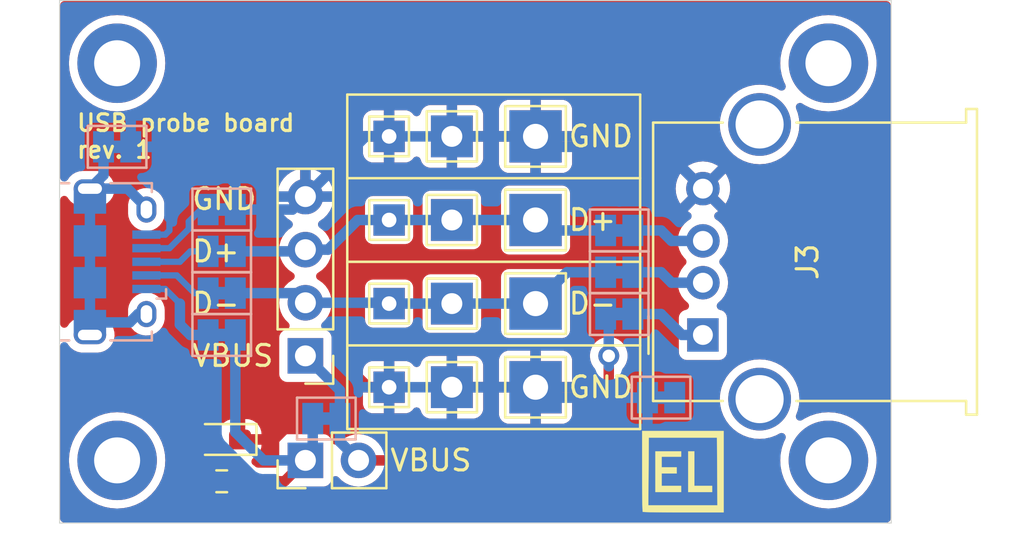
<source format=kicad_pcb>
(kicad_pcb (version 20221018) (generator pcbnew)
  (layers (0 "F.Cu" signal) (31 "B.Cu" signal) (34 "B.Paste" user) (35 "F.Paste" user) (36 "B.SilkS" user "B.Silkscreen") (37 "F.SilkS" user "F.Silkscreen") (38 "B.Mask" user) (39 "F.Mask" user) (44 "Edge.Cuts" user))
  (net 0 "")
  (net 1 "/VBUS")
  (net 2 "/DM")
  (net 3 "/DP")
  (net 4 "Net-(J1-Pad4)")
  (net 5 "GND")
  (net 6 "Net-(J1-Pad6)")
  (net 7 "Net-(J3-Pad5)")
  (net 8 "/O_VBUS")
  (net 9 "/O_DM")
  (net 10 "/O_DP")
  (net 11 "/DP_PROBE")
  (net 12 "/DM_PROBE")
  (net 13 "/VBUS_PROBE")
  (net 14 "Net-(D1-Pad2)")
  (net 15 "/VBUS_IN")
  (footprint "TestPoint:TestPoint_THTPad_2.0x2.0mm_Drill1.0mm" (layer "F.Cu") (at 152 85.5)
    (fp_text reference "TP5" hide)
    (fp_text value "TestPoint")
    (fp_line (start -1.2 -1.2) (end 1.2 -1.2) (stroke (width 0.12)) (layer "F.SilkS"))
    (fp_line (start -1.2 1.2) (end -1.2 -1.2) (stroke (width 0.12)) (layer "F.SilkS"))
    (fp_line (start 1.2 -1.2) (end 1.2 1.2) (stroke (width 0.12)) (layer "F.SilkS"))
    (fp_line (start 1.2 1.2) (end -1.2 1.2) (stroke (width 0.12)) (layer "F.SilkS"))
    (pad "1" thru_hole rect (at 0 0) (size 2 2) (drill 1) (layers "*.Cu" "*.Mask") (net 12 "/DM_PROBE"))
  )
  (footprint "TestPoint:TestPoint_THTPad_1.5x1.5mm_Drill0.7mm" (layer "F.Cu") (at 149 85.5)
    (fp_text reference "TP4" hide)
    (fp_text value "TestPoint")
    (fp_line (start -0.95 -0.95) (end 0.95 -0.95) (stroke (width 0.12)) (layer "F.SilkS"))
    (fp_line (start -0.95 0.95) (end -0.95 -0.95) (stroke (width 0.12)) (layer "F.SilkS"))
    (fp_line (start 0.95 -0.95) (end 0.95 0.95) (stroke (width 0.12)) (layer "F.SilkS"))
    (fp_line (start 0.95 0.95) (end -0.95 0.95) (stroke (width 0.12)) (layer "F.SilkS"))
    (pad "1" thru_hole rect (at 0 0) (size 1.5 1.5) (drill 0.7) (layers "*.Cu" "*.Mask") (net 12 "/DM_PROBE"))
  )
  (footprint "TestPoint:TestPoint_THTPad_2.5x2.5mm_Drill1.2mm" (layer "F.Cu") (at 156 85.5)
    (fp_text reference "TP6" hide)
    (fp_text value "TestPoint")
    (fp_line (start -1.45 -1.45) (end 1.45 -1.45) (stroke (width 0.12)) (layer "F.SilkS"))
    (fp_line (start -1.45 1.45) (end -1.45 -1.45) (stroke (width 0.12)) (layer "F.SilkS"))
    (fp_line (start 1.45 -1.45) (end 1.45 1.45) (stroke (width 0.12)) (layer "F.SilkS"))
    (fp_line (start 1.45 1.45) (end -1.45 1.45) (stroke (width 0.12)) (layer "F.SilkS"))
    (pad "1" thru_hole rect (at 0 0) (size 2.5 2.5) (drill 1.2) (layers "*.Cu" "*.Mask") (net 12 "/DM_PROBE"))
  )
  (footprint "Connector_USB:USB_A_Molex_67643_Horizontal" (layer "F.Cu") (at 164 87 90)
    (fp_text reference "J3" (at 3.5 5 90) (layer "F.SilkS"))
    (fp_text value "USB_A")
    (fp_line (start -3.81 12.58) (end -3.81 13.1) (stroke (width 0.12)) (layer "F.SilkS"))
    (fp_line (start -3.81 13.1) (end 10.81 13.1) (stroke (width 0.12)) (layer "F.SilkS"))
    (fp_line (start -3.16 -2.38) (end -3.16 0.95) (stroke (width 0.12)) (layer "F.SilkS"))
    (fp_line (start -3.16 -2.38) (end 10.16 -2.38) (stroke (width 0.12)) (layer "F.SilkS"))
    (fp_line (start -3.16 12.58) (end -3.81 12.58) (stroke (width 0.12)) (layer "F.SilkS"))
    (fp_line (start -3.16 12.58) (end -3.16 4.47) (stroke (width 0.12)) (layer "F.SilkS"))
    (fp_line (start -0.9 -2.6) (end 0.9 -2.6) (stroke (width 0.12)) (layer "F.SilkS"))
    (fp_line (start 10.16 -2.38) (end 10.16 0.95) (stroke (width 0.12)) (layer "F.SilkS"))
    (fp_line (start 10.16 4.47) (end 10.16 12.58) (stroke (width 0.12)) (layer "F.SilkS"))
    (fp_line (start 10.81 12.58) (end 10.16 12.58) (stroke (width 0.12)) (layer "F.SilkS"))
    (fp_line (start 10.81 13.1) (end 10.81 12.58) (stroke (width 0.12)) (layer "F.SilkS"))
    (pad "1" thru_hole rect (at 0 0 90) (size 1.6 1.5) (drill 0.95) (layers "*.Cu" "*.Mask") (net 8 "/O_VBUS"))
    (pad "2" thru_hole circle (at 2.5 0 90) (size 1.6 1.6) (drill 0.95) (layers "*.Cu" "*.Mask") (net 9 "/O_DM"))
    (pad "3" thru_hole circle (at 4.5 0 90) (size 1.6 1.6) (drill 0.95) (layers "*.Cu" "*.Mask") (net 10 "/O_DP"))
    (pad "4" thru_hole circle (at 7 0 90) (size 1.6 1.6) (drill 0.95) (layers "*.Cu" "*.Mask") (net 5 "GND"))
    (pad "5" thru_hole circle (at -3.07 2.71 90) (size 3 3) (drill 2.3) (layers "*.Cu" "*.Mask") (net 7 "Net-(J3-Pad5)"))
    (pad "5" thru_hole circle (at 10.07 2.71 90) (size 3 3) (drill 2.3) (layers "*.Cu" "*.Mask") (net 7 "Net-(J3-Pad5)"))
  )
  (footprint "MountingHole:MountingHole_2.2mm_M2_DIN965_Pad" (layer "F.Cu") (at 170 93)
    (fp_text reference "H1" hide)
    (fp_text value "MountingHole")
    (pad "1" thru_hole circle (at 0 0) (size 3.8 3.8) (drill 2.2) (layers "*.Cu" "*.Mask"))
  )
  (footprint "MountingHole:MountingHole_2.2mm_M2_DIN965_Pad" (layer "F.Cu") (at 136 93)
    (fp_text reference "H2" hide)
    (fp_text value "MountingHole")
    (pad "1" thru_hole circle (at 0 0) (size 3.8 3.8) (drill 2.2) (layers "*.Cu" "*.Mask"))
  )
  (footprint "MountingHole:MountingHole_2.2mm_M2_DIN965_Pad" (layer "F.Cu") (at 170 74)
    (fp_text reference "H3" hide)
    (fp_text value "MountingHole")
    (pad "1" thru_hole circle (at 0 0) (size 3.8 3.8) (drill 2.2) (layers "*.Cu" "*.Mask"))
  )
  (footprint "MountingHole:MountingHole_2.2mm_M2_DIN965_Pad" (layer "F.Cu") (at 136 74)
    (fp_text reference "H4" hide)
    (fp_text value "MountingHole")
    (pad "1" thru_hole circle (at 0 0) (size 3.8 3.8) (drill 2.2) (layers "*.Cu" "*.Mask"))
  )
  (footprint "Connector_PinHeader_2.54mm:PinHeader_1x02_P2.54mm_Vertical" (layer "F.Cu") (at 145 93 90)
    (fp_text reference "J2" hide)
    (fp_text value "Conn_01x02")
    (fp_line (start -1.33 -1.33) (end 0 -1.33) (stroke (width 0.12)) (layer "F.SilkS"))
    (fp_line (start -1.33 0) (end -1.33 -1.33) (stroke (width 0.12)) (layer "F.SilkS"))
    (fp_line (start -1.33 1.27) (end -1.33 3.87) (stroke (width 0.12)) (layer "F.SilkS"))
    (fp_line (start -1.33 1.27) (end 1.33 1.27) (stroke (width 0.12)) (layer "F.SilkS"))
    (fp_line (start -1.33 3.87) (end 1.33 3.87) (stroke (width 0.12)) (layer "F.SilkS"))
    (fp_line (start 1.33 1.27) (end 1.33 3.87) (stroke (width 0.12)) (layer "F.SilkS"))
    (pad "1" thru_hole rect (at 0 0 90) (size 1.7 1.7) (drill 1) (layers "*.Cu" "*.Mask") (net 15 "/VBUS_IN"))
    (pad "2" thru_hole oval (at 0 2.54 90) (size 1.7 1.7) (drill 1) (layers "*.Cu" "*.Mask") (net 13 "/VBUS_PROBE"))
  )
  (footprint "TestPoint:TestPoint_THTPad_1.5x1.5mm_Drill0.7mm" (layer "F.Cu") (at 149 77.5)
    (fp_text reference "TP8" hide)
    (fp_text value "TestPoint")
    (fp_line (start -0.95 -0.95) (end 0.95 -0.95) (stroke (width 0.12)) (layer "F.SilkS"))
    (fp_line (start -0.95 0.95) (end -0.95 -0.95) (stroke (width 0.12)) (layer "F.SilkS"))
    (fp_line (start 0.95 -0.95) (end 0.95 0.95) (stroke (width 0.12)) (layer "F.SilkS"))
    (fp_line (start 0.95 0.95) (end -0.95 0.95) (stroke (width 0.12)) (layer "F.SilkS"))
    (pad "1" thru_hole rect (at 0 0) (size 1.5 1.5) (drill 0.7) (layers "*.Cu" "*.Mask") (net 5 "GND"))
  )
  (footprint "TestPoint:TestPoint_THTPad_2.0x2.0mm_Drill1.0mm" (layer "F.Cu") (at 152 77.5)
    (fp_text reference "TP10" hide)
    (fp_text value "TestPoint")
    (fp_line (start -1.2 -1.2) (end 1.2 -1.2) (stroke (width 0.12)) (layer "F.SilkS"))
    (fp_line (start -1.2 1.2) (end -1.2 -1.2) (stroke (width 0.12)) (layer "F.SilkS"))
    (fp_line (start 1.2 -1.2) (end 1.2 1.2) (stroke (width 0.12)) (layer "F.SilkS"))
    (fp_line (start 1.2 1.2) (end -1.2 1.2) (stroke (width 0.12)) (layer "F.SilkS"))
    (pad "1" thru_hole rect (at 0 0) (size 2 2) (drill 1) (layers "*.Cu" "*.Mask") (net 5 "GND"))
  )
  (footprint "TestPoint:TestPoint_THTPad_2.5x2.5mm_Drill1.2mm" (layer "F.Cu") (at 156 77.5)
    (fp_text reference "TP12" hide)
    (fp_text value "TestPoint")
    (fp_line (start -1.45 -1.45) (end 1.45 -1.45) (stroke (width 0.12)) (layer "F.SilkS"))
    (fp_line (start -1.45 1.45) (end -1.45 -1.45) (stroke (width 0.12)) (layer "F.SilkS"))
    (fp_line (start 1.45 -1.45) (end 1.45 1.45) (stroke (width 0.12)) (layer "F.SilkS"))
    (fp_line (start 1.45 1.45) (end -1.45 1.45) (stroke (width 0.12)) (layer "F.SilkS"))
    (pad "1" thru_hole rect (at 0 0) (size 2.5 2.5) (drill 1.2) (layers "*.Cu" "*.Mask") (net 5 "GND"))
  )
  (footprint "TestPoint:TestPoint_THTPad_1.5x1.5mm_Drill0.7mm" (layer "F.Cu") (at 149 89.5)
    (fp_text reference "TP7" hide)
    (fp_text value "TestPoint")
    (fp_line (start -0.95 -0.95) (end 0.95 -0.95) (stroke (width 0.12)) (layer "F.SilkS"))
    (fp_line (start -0.95 0.95) (end -0.95 -0.95) (stroke (width 0.12)) (layer "F.SilkS"))
    (fp_line (start 0.95 -0.95) (end 0.95 0.95) (stroke (width 0.12)) (layer "F.SilkS"))
    (fp_line (start 0.95 0.95) (end -0.95 0.95) (stroke (width 0.12)) (layer "F.SilkS"))
    (pad "1" thru_hole rect (at 0 0) (size 1.5 1.5) (drill 0.7) (layers "*.Cu" "*.Mask") (net 5 "GND"))
  )
  (footprint "TestPoint:TestPoint_THTPad_2.5x2.5mm_Drill1.2mm" (layer "F.Cu") (at 156 81.5)
    (fp_text reference "TP3" hide)
    (fp_text value "TestPoint")
    (fp_line (start -1.45 -1.45) (end 1.45 -1.45) (stroke (width 0.12)) (layer "F.SilkS"))
    (fp_line (start -1.45 1.45) (end -1.45 -1.45) (stroke (width 0.12)) (layer "F.SilkS"))
    (fp_line (start 1.45 -1.45) (end 1.45 1.45) (stroke (width 0.12)) (layer "F.SilkS"))
    (fp_line (start 1.45 1.45) (end -1.45 1.45) (stroke (width 0.12)) (layer "F.SilkS"))
    (pad "1" thru_hole rect (at 0 0) (size 2.5 2.5) (drill 1.2) (layers "*.Cu" "*.Mask") (net 11 "/DP_PROBE"))
  )
  (footprint "TestPoint:TestPoint_THTPad_2.0x2.0mm_Drill1.0mm" (layer "F.Cu") (at 152 89.5)
    (fp_text reference "TP9" hide)
    (fp_text value "TestPoint")
    (fp_line (start -1.2 -1.2) (end 1.2 -1.2) (stroke (width 0.12)) (layer "F.SilkS"))
    (fp_line (start -1.2 1.2) (end -1.2 -1.2) (stroke (width 0.12)) (layer "F.SilkS"))
    (fp_line (start 1.2 -1.2) (end 1.2 1.2) (stroke (width 0.12)) (layer "F.SilkS"))
    (fp_line (start 1.2 1.2) (end -1.2 1.2) (stroke (width 0.12)) (layer "F.SilkS"))
    (pad "1" thru_hole rect (at 0 0) (size 2 2) (drill 1) (layers "*.Cu" "*.Mask") (net 5 "GND"))
  )
  (footprint "TestPoint:TestPoint_THTPad_2.5x2.5mm_Drill1.2mm" (layer "F.Cu") (at 156 89.5)
    (fp_text reference "TP11" hide)
    (fp_text value "TestPoint")
    (fp_line (start -1.45 -1.45) (end 1.45 -1.45) (stroke (width 0.12)) (layer "F.SilkS"))
    (fp_line (start -1.45 1.45) (end -1.45 -1.45) (stroke (width 0.12)) (layer "F.SilkS"))
    (fp_line (start 1.45 -1.45) (end 1.45 1.45) (stroke (width 0.12)) (layer "F.SilkS"))
    (fp_line (start 1.45 1.45) (end -1.45 1.45) (stroke (width 0.12)) (layer "F.SilkS"))
    (pad "1" thru_hole rect (at 0 0) (size 2.5 2.5) (drill 1.2) (layers "*.Cu" "*.Mask") (net 5 "GND"))
  )
  (footprint "TestPoint:TestPoint_THTPad_1.5x1.5mm_Drill0.7mm" (layer "F.Cu") (at 149 81.5)
    (fp_text reference "TP1" hide)
    (fp_text value "TestPoint")
    (fp_line (start -0.95 -0.95) (end 0.95 -0.95) (stroke (width 0.12)) (layer "F.SilkS"))
    (fp_line (start -0.95 0.95) (end -0.95 -0.95) (stroke (width 0.12)) (layer "F.SilkS"))
    (fp_line (start 0.95 -0.95) (end 0.95 0.95) (stroke (width 0.12)) (layer "F.SilkS"))
    (fp_line (start 0.95 0.95) (end -0.95 0.95) (stroke (width 0.12)) (layer "F.SilkS"))
    (pad "1" thru_hole rect (at 0 0) (size 1.5 1.5) (drill 0.7) (layers "*.Cu" "*.Mask") (net 11 "/DP_PROBE"))
  )
  (footprint "TestPoint:TestPoint_THTPad_2.0x2.0mm_Drill1.0mm" (layer "F.Cu") (at 152 81.5)
    (fp_text reference "TP2" hide)
    (fp_text value "TestPoint")
    (fp_line (start -1.2 -1.2) (end 1.2 -1.2) (stroke (width 0.12)) (layer "F.SilkS"))
    (fp_line (start -1.2 1.2) (end -1.2 -1.2) (stroke (width 0.12)) (layer "F.SilkS"))
    (fp_line (start 1.2 -1.2) (end 1.2 1.2) (stroke (width 0.12)) (layer "F.SilkS"))
    (fp_line (start 1.2 1.2) (end -1.2 1.2) (stroke (width 0.12)) (layer "F.SilkS"))
    (pad "1" thru_hole rect (at 0 0) (size 2 2) (drill 1) (layers "*.Cu" "*.Mask") (net 11 "/DP_PROBE"))
  )
  (footprint "Connector_PinHeader_2.54mm:PinHeader_1x04_P2.54mm_Vertical" (layer "F.Cu") (at 145 88 180)
    (fp_text reference "J4" hide)
    (fp_text value "Conn_01x04")
    (fp_line (start -1.33 -1.33) (end 0 -1.33) (stroke (width 0.12)) (layer "F.SilkS"))
    (fp_line (start -1.33 0) (end -1.33 -1.33) (stroke (width 0.12)) (layer "F.SilkS"))
    (fp_line (start -1.33 1.27) (end -1.33 8.95) (stroke (width 0.12)) (layer "F.SilkS"))
    (fp_line (start -1.33 1.27) (end 1.33 1.27) (stroke (width 0.12)) (layer "F.SilkS"))
    (fp_line (start -1.33 8.95) (end 1.33 8.95) (stroke (width 0.12)) (layer "F.SilkS"))
    (fp_line (start 1.33 1.27) (end 1.33 8.95) (stroke (width 0.12)) (layer "F.SilkS"))
    (pad "1" thru_hole rect (at 0 0 180) (size 1.7 1.7) (drill 1) (layers "*.Cu" "*.Mask") (net 13 "/VBUS_PROBE"))
    (pad "2" thru_hole oval (at 0 2.54 180) (size 1.7 1.7) (drill 1) (layers "*.Cu" "*.Mask") (net 12 "/DM_PROBE"))
    (pad "3" thru_hole oval (at 0 5.08 180) (size 1.7 1.7) (drill 1) (layers "*.Cu" "*.Mask") (net 11 "/DP_PROBE"))
    (pad "4" thru_hole oval (at 0 7.62 180) (size 1.7 1.7) (drill 1) (layers "*.Cu" "*.Mask") (net 5 "GND"))
  )
  (footprint "LED_SMD:LED_0603_1608Metric_Pad1.05x0.95mm_HandSolder" (layer "F.Cu") (at 141 92 180)
    (fp_text reference "D1" hide)
    (fp_text value "LED")
    (fp_line (start -1.66 -0.735) (end -1.66 0.735) (stroke (width 0.12)) (layer "F.SilkS"))
    (fp_line (start -1.66 0.735) (end 0.8 0.735) (stroke (width 0.12)) (layer "F.SilkS"))
    (fp_line (start 0.8 -0.735) (end -1.66 -0.735) (stroke (width 0.12)) (layer "F.SilkS"))
    (pad "1" smd roundrect (at -0.875 0 180) (size 1.05 0.95) (layers "F.Cu" "F.Paste" "F.Mask") (net 5 "GND"))
    (pad "2" smd roundrect (at 0.875 0 180) (size 1.05 0.95) (layers "F.Cu" "F.Paste" "F.Mask") (net 14 "Net-(D1-Pad2)"))
  )
  (footprint "Resistor_SMD:R_0603_1608Metric_Pad0.98x0.95mm_HandSolder" (layer "F.Cu") (at 141 94 180)
    (fp_text reference "R11" hide)
    (fp_text value "R")
    (fp_line (start -0.254724 -0.5225) (end 0.254724 -0.5225) (stroke (width 0.12)) (layer "F.SilkS"))
    (fp_line (start -0.254724 0.5225) (end 0.254724 0.5225) (stroke (width 0.12)) (layer "F.SilkS"))
    (pad "1" smd roundrect (at -0.9125 0 180) (size 0.975 0.95) (layers "F.Cu" "F.Paste" "F.Mask") (net 15 "/VBUS_IN"))
    (pad "2" smd roundrect (at 0.9125 0 180) (size 0.975 0.95) (layers "F.Cu" "F.Paste" "F.Mask") (net 14 "Net-(D1-Pad2)"))
  )
  (footprint "elemental:elemental-4mm" (layer "F.Cu") (at 163 93.5)
    (fp_text reference "G***" hide)
    (fp_text value "LOGO" hide)
    (fp_poly (pts (xy 0.592666 0.719667) (xy 1.439333 0.719667) (xy 1.439333 1.016) (xy 0.296333 1.016) (xy 0.296333 -0.931333) (xy 0.592666 -0.931333) (xy 0.592666 0.719667)) (stroke (width 0.01)) (fill solid) (layer "F.SilkS"))
    (fp_poly (pts (xy -0.042334 -0.677333) (xy -0.973667 -0.677333) (xy -0.973667 -0.169333) (xy -0.254 -0.169333) (xy -0.254 0.127) (xy -0.973667 0.127) (xy -0.973667 0.719667) (xy -0.042334 0.719667) (xy -0.042334 1.016) (xy -1.27 1.016) (xy -1.27 -0.931333) (xy -0.042334 -0.931333) (xy -0.042334 -0.677333)) (stroke (width 0.01)) (fill solid) (layer "F.SilkS"))
    (fp_poly (pts (xy 1.989666 1.989667) (xy 0.070555 1.989667) (xy -0.324633 1.989063) (xy -0.69361 1.987334) (xy -1.027793 1.984605) (xy -1.318598 1.981) (xy -1.557443 1.976644) (xy -1.735743 1.97166) (xy -1.844915 1.966173) (xy -1.876778 1.961445) (xy -1.882581 1.91458) (xy -1.887982 1.791632) (xy -1.891581 1.651) (xy -1.609673 1.651) (xy 1.694339 1.651) (xy 1.683253 0.03175) (xy 1.672166 -1.5875) (xy -1.5875 -1.5875) (xy -1.598587 0.03175) (xy -1.609673 1.651) (xy -1.891581 1.651) (xy -1.892856 1.601185) (xy -1.89708 1.351823) (xy -1.900528 1.052127) (xy -1.903077 0.710683) (xy -1.904601 0.336073) (xy -1.905 0.014111) (xy -1.905 -1.905) (xy 1.989666 -1.905) (xy 1.989666 1.989667)) (stroke (width 0.01)) (fill solid) (layer "F.SilkS"))
  )
  (footprint "Jumper:SolderJumper-2_P1.3mm_Bridged_Pad1.0x1.5mm" (layer "B.Cu") (at 141 87 180)
    (fp_text reference "R3" hide)
    (fp_text value "R")
    (fp_poly (pts (xy -0.25 0.3) (xy 0.25 0.3) (xy 0.25 -0.3) (xy -0.25 -0.3)) (fill solid) (layer "B.Cu"))
    (fp_line (start -1.4 -1) (end -1.4 1) (stroke (width 0.12)) (layer "B.SilkS"))
    (fp_line (start -1.4 1) (end 1.4 1) (stroke (width 0.12)) (layer "B.SilkS"))
    (fp_line (start 1.4 -1) (end -1.4 -1) (stroke (width 0.12)) (layer "B.SilkS"))
    (fp_line (start 1.4 1) (end 1.4 -1) (stroke (width 0.12)) (layer "B.SilkS"))
    (pad "1" smd rect (at -0.65 0 180) (size 1 1.5) (layers "B.Cu" "B.Mask") (net 15 "/VBUS_IN"))
    (pad "2" smd rect (at 0.65 0 180) (size 1 1.5) (layers "B.Cu" "B.Mask") (net 1 "/VBUS"))
  )
  (footprint "Jumper:SolderJumper-2_P1.3mm_Bridged_Pad1.0x1.5mm" (layer "B.Cu") (at 141 83 180)
    (fp_text reference "R4" hide)
    (fp_text value "R")
    (fp_poly (pts (xy -0.25 0.3) (xy 0.25 0.3) (xy 0.25 -0.3) (xy -0.25 -0.3)) (fill solid) (layer "B.Cu"))
    (fp_line (start -1.4 -1) (end -1.4 1) (stroke (width 0.12)) (layer "B.SilkS"))
    (fp_line (start -1.4 1) (end 1.4 1) (stroke (width 0.12)) (layer "B.SilkS"))
    (fp_line (start 1.4 -1) (end -1.4 -1) (stroke (width 0.12)) (layer "B.SilkS"))
    (fp_line (start 1.4 1) (end 1.4 -1) (stroke (width 0.12)) (layer "B.SilkS"))
    (pad "1" smd rect (at -0.65 0 180) (size 1 1.5) (layers "B.Cu" "B.Mask") (net 11 "/DP_PROBE"))
    (pad "2" smd rect (at 0.65 0 180) (size 1 1.5) (layers "B.Cu" "B.Mask") (net 3 "/DP"))
  )
  (footprint "Jumper:SolderJumper-2_P1.3mm_Bridged_Pad1.0x1.5mm" (layer "B.Cu") (at 141 85 180)
    (fp_text reference "R5" hide)
    (fp_text value "R")
    (fp_poly (pts (xy -0.25 0.3) (xy 0.25 0.3) (xy 0.25 -0.3) (xy -0.25 -0.3)) (fill solid) (layer "B.Cu"))
    (fp_line (start -1.4 -1) (end -1.4 1) (stroke (width 0.12)) (layer "B.SilkS"))
    (fp_line (start -1.4 1) (end 1.4 1) (stroke (width 0.12)) (layer "B.SilkS"))
    (fp_line (start 1.4 -1) (end -1.4 -1) (stroke (width 0.12)) (layer "B.SilkS"))
    (fp_line (start 1.4 1) (end 1.4 -1) (stroke (width 0.12)) (layer "B.SilkS"))
    (pad "1" smd rect (at -0.65 0 180) (size 1 1.5) (layers "B.Cu" "B.Mask") (net 12 "/DM_PROBE"))
    (pad "2" smd rect (at 0.65 0 180) (size 1 1.5) (layers "B.Cu" "B.Mask") (net 2 "/DM"))
  )
  (footprint "Jumper:SolderJumper-2_P1.3mm_Bridged_Pad1.0x1.5mm" (layer "B.Cu") (at 141 81)
    (fp_text reference "R2" hide)
    (fp_text value "R")
    (fp_poly (pts (xy -0.25 0.3) (xy 0.25 0.3) (xy 0.25 -0.3) (xy -0.25 -0.3)) (fill solid) (layer "B.Cu"))
    (fp_line (start -1.4 -1) (end -1.4 1) (stroke (width 0.12)) (layer "B.SilkS"))
    (fp_line (start -1.4 1) (end 1.4 1) (stroke (width 0.12)) (layer "B.SilkS"))
    (fp_line (start 1.4 -1) (end -1.4 -1) (stroke (width 0.12)) (layer "B.SilkS"))
    (fp_line (start 1.4 1) (end 1.4 -1) (stroke (width 0.12)) (layer "B.SilkS"))
    (pad "1" smd rect (at -0.65 0) (size 1 1.5) (layers "B.Cu" "B.Mask") (net 4 "Net-(J1-Pad4)"))
    (pad "2" smd rect (at 0.65 0) (size 1 1.5) (layers "B.Cu" "B.Mask") (net 5 "GND"))
  )
  (footprint "Jumper:SolderJumper-2_P1.3mm_Bridged_Pad1.0x1.5mm" (layer "B.Cu") (at 162 90 180)
    (fp_text reference "R9" hide)
    (fp_text value "R")
    (fp_poly (pts (xy -0.25 0.3) (xy 0.25 0.3) (xy 0.25 -0.3) (xy -0.25 -0.3)) (fill solid) (layer "B.Cu"))
    (fp_line (start -1.4 -1) (end -1.4 1) (stroke (width 0.12)) (layer "B.SilkS"))
    (fp_line (start -1.4 1) (end 1.4 1) (stroke (width 0.12)) (layer "B.SilkS"))
    (fp_line (start 1.4 -1) (end -1.4 -1) (stroke (width 0.12)) (layer "B.SilkS"))
    (fp_line (start 1.4 1) (end 1.4 -1) (stroke (width 0.12)) (layer "B.SilkS"))
    (pad "1" smd rect (at -0.65 0 180) (size 1 1.5) (layers "B.Cu" "B.Mask") (net 7 "Net-(J3-Pad5)"))
    (pad "2" smd rect (at 0.65 0 180) (size 1 1.5) (layers "B.Cu" "B.Mask") (net 5 "GND"))
  )
  (footprint "Jumper:SolderJumper-2_P1.3mm_Bridged_Pad1.0x1.5mm" (layer "B.Cu") (at 160 84 180)
    (fp_text reference "R8" hide)
    (fp_text value "R")
    (fp_poly (pts (xy -0.25 0.3) (xy 0.25 0.3) (xy 0.25 -0.3) (xy -0.25 -0.3)) (fill solid) (layer "B.Cu"))
    (fp_line (start -1.4 -1) (end -1.4 1) (stroke (width 0.12)) (layer "B.SilkS"))
    (fp_line (start -1.4 1) (end 1.4 1) (stroke (width 0.12)) (layer "B.SilkS"))
    (fp_line (start 1.4 -1) (end -1.4 -1) (stroke (width 0.12)) (layer "B.SilkS"))
    (fp_line (start 1.4 1) (end 1.4 -1) (stroke (width 0.12)) (layer "B.SilkS"))
    (pad "1" smd rect (at -0.65 0 180) (size 1 1.5) (layers "B.Cu" "B.Mask") (net 9 "/O_DM"))
    (pad "2" smd rect (at 0.65 0 180) (size 1 1.5) (layers "B.Cu" "B.Mask") (net 12 "/DM_PROBE"))
  )
  (footprint "Jumper:SolderJumper-2_P1.3mm_Bridged_Pad1.0x1.5mm" (layer "B.Cu") (at 160 82 180)
    (fp_text reference "R7" hide)
    (fp_text value "R")
    (fp_poly (pts (xy -0.25 0.3) (xy 0.25 0.3) (xy 0.25 -0.3) (xy -0.25 -0.3)) (fill solid) (layer "B.Cu"))
    (fp_line (start -1.4 -1) (end -1.4 1) (stroke (width 0.12)) (layer "B.SilkS"))
    (fp_line (start -1.4 1) (end 1.4 1) (stroke (width 0.12)) (layer "B.SilkS"))
    (fp_line (start 1.4 -1) (end -1.4 -1) (stroke (width 0.12)) (layer "B.SilkS"))
    (fp_line (start 1.4 1) (end 1.4 -1) (stroke (width 0.12)) (layer "B.SilkS"))
    (pad "1" smd rect (at -0.65 0 180) (size 1 1.5) (layers "B.Cu" "B.Mask") (net 10 "/O_DP"))
    (pad "2" smd rect (at 0.65 0 180) (size 1 1.5) (layers "B.Cu" "B.Mask") (net 11 "/DP_PROBE"))
  )
  (footprint "Jumper:SolderJumper-2_P1.3mm_Bridged_Pad1.0x1.5mm" (layer "B.Cu") (at 160 86 180)
    (fp_text reference "R6" hide)
    (fp_text value "R")
    (fp_poly (pts (xy -0.25 0.3) (xy 0.25 0.3) (xy 0.25 -0.3) (xy -0.25 -0.3)) (fill solid) (layer "B.Cu"))
    (fp_line (start -1.4 -1) (end -1.4 1) (stroke (width 0.12)) (layer "B.SilkS"))
    (fp_line (start -1.4 1) (end 1.4 1) (stroke (width 0.12)) (layer "B.SilkS"))
    (fp_line (start 1.4 -1) (end -1.4 -1) (stroke (width 0.12)) (layer "B.SilkS"))
    (fp_line (start 1.4 1) (end 1.4 -1) (stroke (width 0.12)) (layer "B.SilkS"))
    (pad "1" smd rect (at -0.65 0 180) (size 1 1.5) (layers "B.Cu" "B.Mask") (net 8 "/O_VBUS"))
    (pad "2" smd rect (at 0.65 0 180) (size 1 1.5) (layers "B.Cu" "B.Mask") (net 13 "/VBUS_PROBE"))
  )
  (footprint "Connector_USB:USB_Micro-B_Amphenol_10118194_Horizontal" (layer "B.Cu") (at 136 83.5 90)
    (fp_text reference "J1" hide)
    (fp_text value "USB_B_Micro")
    (fp_line (start -3.76 -2.69) (end -3.76 -2.29) (stroke (width 0.12)) (layer "B.SilkS"))
    (fp_line (start -3.76 -0.32) (end -3.76 1.66) (stroke (width 0.12)) (layer "B.SilkS"))
    (fp_line (start -3.76 1.66) (end -3.34 1.66) (stroke (width 0.12)) (layer "B.SilkS"))
    (fp_line (start -1.76 1.89) (end -1.76 2.34) (stroke (width 0.12)) (layer "B.SilkS"))
    (fp_line (start -1.31 2.34) (end -1.76 2.34) (stroke (width 0.12)) (layer "B.SilkS"))
    (fp_line (start 3.76 -2.29) (end 3.76 -2.69) (stroke (width 0.12)) (layer "B.SilkS"))
    (fp_line (start 3.76 -0.32) (end 3.76 1.66) (stroke (width 0.12)) (layer "B.SilkS"))
    (fp_line (start 3.76 1.66) (end 3.34 1.66) (stroke (width 0.12)) (layer "B.SilkS"))
    (pad "1" smd rect (at -1.3 1.4 90) (size 0.4 1.35) (layers "B.Cu" "B.Paste" "B.Mask") (net 1 "/VBUS"))
    (pad "2" smd rect (at -0.65 1.4 90) (size 0.4 1.35) (layers "B.Cu" "B.Paste" "B.Mask") (net 2 "/DM"))
    (pad "3" smd rect (at 0 1.4 90) (size 0.4 1.35) (layers "B.Cu" "B.Paste" "B.Mask") (net 3 "/DP"))
    (pad "4" smd rect (at 0.65 1.4 90) (size 0.4 1.35) (layers "B.Cu" "B.Paste" "B.Mask") (net 4 "Net-(J1-Pad4)"))
    (pad "5" smd rect (at 1.3 1.4 90) (size 0.4 1.35) (layers "B.Cu" "B.Paste" "B.Mask") (net 5 "GND"))
    (pad "6" thru_hole oval (at -3.5 -1.3 90) (size 0.89 1.55) (drill oval 0.5 1.15) (layers "*.Cu" "*.Mask") (net 6 "Net-(J1-Pad6)"))
    (pad "6" smd rect (at -2.9 -1.3 90) (size 1.2 1.55) (layers "B.Cu" "B.Paste" "B.Mask") (net 6 "Net-(J1-Pad6)"))
    (pad "6" thru_hole oval (at -2.5 1.4 90) (size 1.25 0.95) (drill oval 0.85 0.55) (layers "*.Cu" "*.Mask") (net 6 "Net-(J1-Pad6)"))
    (pad "6" smd rect (at -1 -1.3 90) (size 1.5 1.55) (layers "B.Cu" "B.Paste" "B.Mask") (net 6 "Net-(J1-Pad6)"))
    (pad "6" smd rect (at 1 -1.3 90) (size 1.5 1.55) (layers "B.Cu" "B.Paste" "B.Mask") (net 6 "Net-(J1-Pad6)"))
    (pad "6" thru_hole oval (at 2.5 1.4 90) (size 1.25 0.95) (drill oval 0.85 0.55) (layers "*.Cu" "*.Mask") (net 6 "Net-(J1-Pad6)"))
    (pad "6" smd rect (at 2.9 -1.3 90) (size 1.2 1.55) (layers "B.Cu" "B.Paste" "B.Mask") (net 6 "Net-(J1-Pad6)"))
    (pad "6" thru_hole oval (at 3.5 -1.3 90) (size 0.89 1.55) (drill oval 0.5 1.15) (layers "*.Cu" "*.Mask") (net 6 "Net-(J1-Pad6)"))
  )
  (footprint "Jumper:SolderJumper-2_P1.3mm_Bridged_Pad1.0x1.5mm" (layer "B.Cu") (at 136 78)
    (fp_text reference "R1" hide)
    (fp_text value "R")
    (fp_poly (pts (xy -0.25 0.3) (xy 0.25 0.3) (xy 0.25 -0.3) (xy -0.25 -0.3)) (fill solid) (layer "B.Cu"))
    (fp_line (start -1.4 -1) (end -1.4 1) (stroke (width 0.12)) (layer "B.SilkS"))
    (fp_line (start -1.4 1) (end 1.4 1) (stroke (width 0.12)) (layer "B.SilkS"))
    (fp_line (start 1.4 -1) (end -1.4 -1) (stroke (width 0.12)) (layer "B.SilkS"))
    (fp_line (start 1.4 1) (end 1.4 -1) (stroke (width 0.12)) (layer "B.SilkS"))
    (pad "1" smd rect (at -0.65 0) (size 1 1.5) (layers "B.Cu" "B.Mask") (net 6 "Net-(J1-Pad6)"))
    (pad "2" smd rect (at 0.65 0) (size 1 1.5) (layers "B.Cu" "B.Mask") (net 5 "GND"))
  )
  (footprint "Jumper:SolderJumper-2_P1.3mm_Bridged_Pad1.0x1.5mm" (layer "B.Cu") (at 146 91 180)
    (fp_text reference "R10" hide)
    (fp_text value "R")
    (fp_poly (pts (xy -0.25 0.3) (xy 0.25 0.3) (xy 0.25 -0.3) (xy -0.25 -0.3)) (fill solid) (layer "B.Cu"))
    (fp_line (start -1.4 -1) (end -1.4 1) (stroke (width 0.12)) (layer "B.SilkS"))
    (fp_line (start -1.4 1) (end 1.4 1) (stroke (width 0.12)) (layer "B.SilkS"))
    (fp_line (start 1.4 -1) (end -1.4 -1) (stroke (width 0.12)) (layer "B.SilkS"))
    (fp_line (start 1.4 1) (end 1.4 -1) (stroke (width 0.12)) (layer "B.SilkS"))
    (pad "1" smd rect (at -0.65 0 180) (size 1 1.5) (layers "B.Cu" "B.Mask") (net 13 "/VBUS_PROBE"))
    (pad "2" smd rect (at 0.65 0 180) (size 1 1.5) (layers "B.Cu" "B.Mask") (net 15 "/VBUS_IN"))
  )
  (footprint "elemental:elemental-4mm-mask" (layer "B.Cu") (at 168.5 83.5)
    (fp_text reference "G***" hide)
    (fp_text value "LOGO" hide)
  )
  (gr_line (start 161 91.5) (end 161 75.5) (stroke (width 0.12)) (layer "F.SilkS"))
  (gr_line (start 147 91.5) (end 161 91.5) (stroke (width 0.12)) (layer "F.SilkS"))
  (gr_line (start 147 87.5) (end 161 87.5) (stroke (width 0.12)) (layer "F.SilkS"))
  (gr_line (start 161 79.5) (end 147 79.5) (stroke (width 0.12)) (layer "F.SilkS"))
  (gr_line (start 147 75.5) (end 147 91.5) (stroke (width 0.12)) (layer "F.SilkS"))
  (gr_line (start 161 83.5) (end 147 83.5) (stroke (width 0.12)) (layer "F.SilkS"))
  (gr_line (start 147 83.5) (end 147 87.5) (stroke (width 0.12)) (layer "F.SilkS"))
  (gr_line (start 161 75.5) (end 147 75.5) (stroke (width 0.12)) (layer "F.SilkS"))
  (gr_line (start 133.25 71) (end 173 71) (stroke (width 0.05)) (layer "Edge.Cuts"))
  (gr_line (start 133.25 96) (end 133.25 71) (stroke (width 0.05)) (layer "Edge.Cuts"))
  (gr_line (start 173 96) (end 133.25 96) (stroke (width 0.05)) (layer "Edge.Cuts"))
  (gr_line (start 173 71) (end 173 96) (stroke (width 0.05)) (layer "Edge.Cuts"))
  (gr_text "GND" (at 139.5 80.5) (layer "F.SilkS") (effects (font (size 1 1)) (justify left)))
  (gr_text "D+" (at 139.5 83) (layer "F.SilkS") (effects (font (size 1 1)) (justify left)))
  (gr_text "D-" (at 139.5 85.5) (layer "F.SilkS") (effects (font (size 1 1)) (justify left)))
  (gr_text "VBUS" (at 139.5 88) (layer "F.SilkS") (effects (font (size 1 1)) (justify left)))
  (gr_text "D+" (at 157.5 81.5) (layer "F.SilkS") (effects (font (size 1 1)) (justify left)))
  (gr_text "VBUS" (at 151 93) (layer "F.SilkS") (effects (font (size 1 1))))
  (gr_text "GND" (at 157.5 89.5) (layer "F.SilkS") (effects (font (size 1 1)) (justify left)))
  (gr_text "GND" (at 157.5 77.5) (layer "F.SilkS") (effects (font (size 1 1)) (justify left)))
  (gr_text "USB probe board\nrev. 1" (at 134 77.5) (layer "F.SilkS") (effects (font (size 0.8 0.8)) (justify left)))
  (gr_text "D-" (at 157.5 85.5) (layer "F.SilkS") (effects (font (size 1 1)) (justify left)))
  (segment (start 138.3 84.8) (end 139 85.5) (width 0.3) (layer "B.Cu") (net 1))
  (segment (start 137.4 84.8) (end 138.3 84.8) (width 0.3) (layer "B.Cu") (net 1))
  (segment (start 139.5 87) (end 140.35 87) (width 0.5) (layer "B.Cu") (net 1))
  (segment (start 139 86.5) (end 139.5 87) (width 0.5) (layer "B.Cu") (net 1))
  (segment (start 139 85.5) (end 139 86.5) (width 0.5) (layer "B.Cu") (net 1))
  (segment (start 139.7 85) (end 138.85 84.15) (width 0.3) (layer "B.Cu") (net 2))
  (segment (start 140.35 85) (end 139.7 85) (width 0.3) (layer "B.Cu") (net 2))
  (segment (start 137.4 84.15) (end 138.85 84.15) (width 0.3) (layer "B.Cu") (net 2))
  (segment (start 140.35 83) (end 139.5 83) (width 0.3) (layer "B.Cu") (net 3))
  (segment (start 137.4 83.5) (end 139 83.5) (width 0.3) (layer "B.Cu") (net 3))
  (segment (start 139.5 83) (end 139 83.5) (width 0.3) (layer "B.Cu") (net 3))
  (segment (start 140 81) (end 139.425 81.575) (width 0.3) (layer "B.Cu") (net 4))
  (segment (start 138.5 82.85) (end 139.425 81.925) (width 0.3) (layer "B.Cu") (net 4))
  (segment (start 140.35 81) (end 140 81) (width 0.3) (layer "B.Cu") (net 4))
  (segment (start 137.4 82.85) (end 138.5 82.85) (width 0.3) (layer "B.Cu") (net 4))
  (segment (start 139.425 81.575) (end 139.425 81.925) (width 0.3) (layer "B.Cu") (net 4))
  (segment (start 147 88.5) (end 147 81) (width 0.5) (layer "F.Cu") (net 5))
  (segment (start 147 88.510002) (end 147 88.5) (width 0.5) (layer "F.Cu") (net 5))
  (segment (start 146.38 80.38) (end 145 80.38) (width 0.5) (layer "F.Cu") (net 5))
  (segment (start 148 89.5) (end 147 88.5) (width 0.5) (layer "F.Cu") (net 5))
  (segment (start 149 89.5) (end 148 89.5) (width 0.5) (layer "F.Cu") (net 5))
  (segment (start 147 81) (end 146.38 80.38) (width 0.5) (layer "F.Cu") (net 5))
  (segment (start 141.875 92) (end 143.510002 92) (width 0.5) (layer "F.Cu") (net 5))
  (segment (start 143.510002 92) (end 147 88.510002) (width 0.5) (layer "F.Cu") (net 5))
  (segment (start 164 80) (end 162 78) (width 0.5) (layer "B.Cu") (net 5))
  (segment (start 161.35 90) (end 156.5 90) (width 0.5) (layer "B.Cu") (net 5))
  (segment (start 147.88 77.5) (end 145 80.38) (width 0.5) (layer "B.Cu") (net 5))
  (segment (start 144.38 81) (end 145 80.38) (width 0.5) (layer "B.Cu") (net 5))
  (segment (start 137.4 82.2) (end 138.3 82.2) (width 0.3) (layer "B.Cu") (net 5))
  (segment (start 141.65 79.75) (end 139.9 78) (width 0.5) (layer "B.Cu") (net 5))
  (segment (start 138.5 82) (end 138.5 81.358161) (width 0.3) (layer "B.Cu") (net 5))
  (segment (start 139.9 78) (end 138.5 78) (width 0.5) (layer "B.Cu") (net 5))
  (segment (start 141.65 81) (end 144.38 81) (width 0.5) (layer "B.Cu") (net 5))
  (segment (start 138.5 78) (end 136.65 78) (width 0.5) (layer "B.Cu") (net 5))
  (segment (start 156.5 90) (end 156 89.5) (width 0.5) (layer "B.Cu") (net 5))
  (segment (start 138.5 81.358161) (end 138.5 78) (width 0.5) (layer "B.Cu") (net 5))
  (segment (start 162 78) (end 156.5 78) (width 0.5) (layer "B.Cu") (net 5))
  (segment (start 156.5 78) (end 156 77.5) (width 0.5) (layer "B.Cu") (net 5))
  (segment (start 141.65 81) (end 141.65 79.75) (width 0.5) (layer "B.Cu") (net 5))
  (segment (start 149 77.5) (end 152 77.5) (width 0.5) (layer "B.Cu") (net 5))
  (segment (start 138.3 82.2) (end 138.5 82) (width 0.3) (layer "B.Cu") (net 5))
  (segment (start 156 89.5) (end 152 89.5) (width 0.5) (layer "B.Cu") (net 5))
  (segment (start 149 89.5) (end 152 89.5) (width 0.5) (layer "B.Cu") (net 5))
  (segment (start 152 77.5) (end 156 77.5) (width 0.5) (layer "B.Cu") (net 5))
  (segment (start 149 77.5) (end 147.88 77.5) (width 0.5) (layer "B.Cu") (net 5))
  (segment (start 134.7 80.6) (end 134.7 82.5) (width 0.5) (layer "B.Cu") (net 6))
  (segment (start 137.4 81) (end 137.4 80.9) (width 0.5) (layer "B.Cu") (net 6))
  (segment (start 137 86) (end 136.6 86.4) (width 0.5) (layer "B.Cu") (net 6))
  (segment (start 136.5 80) (end 134.7 80) (width 0.5) (layer "B.Cu") (net 6))
  (segment (start 136.6 86.4) (end 134.7 86.4) (width 0.5) (layer "B.Cu") (net 6))
  (segment (start 137.4 86) (end 137 86) (width 0.5) (layer "B.Cu") (net 6))
  (segment (start 137.4 80.9) (end 136.5 80) (width 0.5) (layer "B.Cu") (net 6))
  (segment (start 134.7 84.5) (end 134.7 86.4) (width 0.5) (layer "B.Cu") (net 6))
  (segment (start 134.7 84.5) (end 134.7 82.5) (width 0.5) (layer "B.Cu") (net 6))
  (segment (start 135.35 78) (end 135.35 79.35) (width 0.5) (layer "B.Cu") (net 6))
  (segment (start 135.35 79.35) (end 134.7 80) (width 0.5) (layer "B.Cu") (net 6))
  (segment (start 162 86) (end 160.65 86) (width 0.5) (layer "B.Cu") (net 8))
  (segment (start 164 87) (end 163 87) (width 0.5) (layer "B.Cu") (net 8))
  (segment (start 163 87) (end 162 86) (width 0.5) (layer "B.Cu") (net 8))
  (segment (start 162.5 84.5) (end 162 84) (width 0.5) (layer "B.Cu") (net 9))
  (segment (start 162 84) (end 160.65 84) (width 0.5) (layer "B.Cu") (net 9))
  (segment (start 164 84.5) (end 162.5 84.5) (width 0.5) (layer "B.Cu") (net 9))
  (segment (start 164 82.5) (end 162.5 82.5) (width 0.5) (layer "B.Cu") (net 10))
  (segment (start 162 82) (end 160.65 82) (width 0.5) (layer "B.Cu") (net 10))
  (segment (start 162.5 82.5) (end 162 82) (width 0.5) (layer "B.Cu") (net 10))
  (segment (start 149 81.5) (end 152 81.5) (width 0.5) (layer "B.Cu") (net 11))
  (segment (start 159.35 82) (end 156.5 82) (width 0.5) (layer "B.Cu") (net 11))
  (segment (start 147.5 81.5) (end 146.08 82.92) (width 0.5) (layer "B.Cu") (net 11))
  (segment (start 146.08 82.92) (end 145 82.92) (width 0.5) (layer "B.Cu") (net 11))
  (segment (start 141.65 83) (end 144.92 83) (width 0.5) (layer "B.Cu") (net 11))
  (segment (start 152 81.5) (end 156 81.5) (width 0.5) (layer "B.Cu") (net 11))
  (segment (start 144.92 83) (end 145 82.92) (width 0.5) (layer "B.Cu") (net 11))
  (segment (start 156.5 82) (end 156 81.5) (width 0.5) (layer "B.Cu") (net 11))
  (segment (start 149 81.5) (end 147.5 81.5) (width 0.5) (layer "B.Cu") (net 11))
  (segment (start 148.96 85.46) (end 149 85.5) (width 0.5) (layer "B.Cu") (net 12))
  (segment (start 144.54 85) (end 145 85.46) (width 0.5) (layer "B.Cu") (net 12))
  (segment (start 152 85.5) (end 156 85.5) (width 0.5) (layer "B.Cu") (net 12))
  (segment (start 157.5 84) (end 159.35 84) (width 0.5) (layer "B.Cu") (net 12))
  (segment (start 149 85.5) (end 152 85.5) (width 0.5) (layer "B.Cu") (net 12))
  (segment (start 141.65 85) (end 144.54 85) (width 0.5) (layer "B.Cu") (net 12))
  (segment (start 156 85.5) (end 157.5 84) (width 0.5) (layer "B.Cu") (net 12))
  (segment (start 145 85.46) (end 148.96 85.46) (width 0.5) (layer "B.Cu") (net 12))
  (segment (start 157.5 93) (end 159.5 91) (width 0.5) (layer "F.Cu") (net 13))
  (segment (start 147.54 93) (end 157.5 93) (width 0.5) (layer "F.Cu") (net 13))
  (segment (start 159.5 91) (end 159.5 88.5) (width 0.5) (layer "F.Cu") (net 13))
  (via (at 159.5 88) (size 1) (drill 0.6) (layers "F.Cu" "B.Cu") (net 13))
  (segment (start 147.54 92.54) (end 147.54 93) (width 0.5) (layer "B.Cu") (net 13))
  (segment (start 146.65 92.11) (end 147.54 93) (width 0.5) (layer "B.Cu") (net 13))
  (segment (start 159.5 88.5) (end 159.5 86.15) (width 0.5) (layer "B.Cu") (net 13))
  (segment (start 159.5 86.15) (end 159.35 86) (width 0.5) (layer "B.Cu") (net 13))
  (segment (start 146.65 89.65) (end 146.65 91) (width 0.5) (layer "B.Cu") (net 13))
  (segment (start 145 88) (end 146.65 89.65) (width 0.5) (layer "B.Cu") (net 13))
  (segment (start 146.65 91) (end 146.65 92.11) (width 0.5) (layer "B.Cu") (net 13))
  (segment (start 140.0875 94) (end 140.0875 92.0375) (width 0.5) (layer "F.Cu") (net 14))
  (segment (start 140.0875 92.0375) (end 140.125 92) (width 0.5) (layer "F.Cu") (net 14))
  (segment (start 144 94) (end 141.9125 94) (width 0.5) (layer "F.Cu") (net 15))
  (segment (start 145 93) (end 144 94) (width 0.5) (layer "F.Cu") (net 15))
  (segment (start 145.35 91) (end 145.35 92.65) (width 0.5) (layer "B.Cu") (net 15))
  (segment (start 145.35 92.65) (end 145 93) (width 0.5) (layer "B.Cu") (net 15))
  (segment (start 141.65 91.65) (end 143 93) (width 0.5) (layer "B.Cu") (net 15))
  (segment (start 141.65 87) (end 141.65 91.65) (width 0.5) (layer "B.Cu") (net 15))
  (segment (start 143 93) (end 145 93) (width 0.5) (layer "B.Cu") (net 15))
  (zone (net 5) (net_name "GND") (layer "F.Cu") (connect_pads (clearance 0.4)) (min_thickness 0.4) (fill yes (thermal_gap 0.5) (thermal_bridge_width 0.5))
    (polygon (pts (xy 173 96) (xy 133 96) (xy 133 71) (xy 173 71)))
  )
  (zone (net 5) (net_name "GND") (layer "B.Cu") (connect_pads (clearance 0.4)) (min_thickness 0.4) (fill yes (thermal_gap 0.5) (thermal_bridge_width 0.5))
    (polygon (pts (xy 173 96.075024) (xy 133 96.075024) (xy 133 71.075024) (xy 173 71.075024)))
  )
)
</source>
